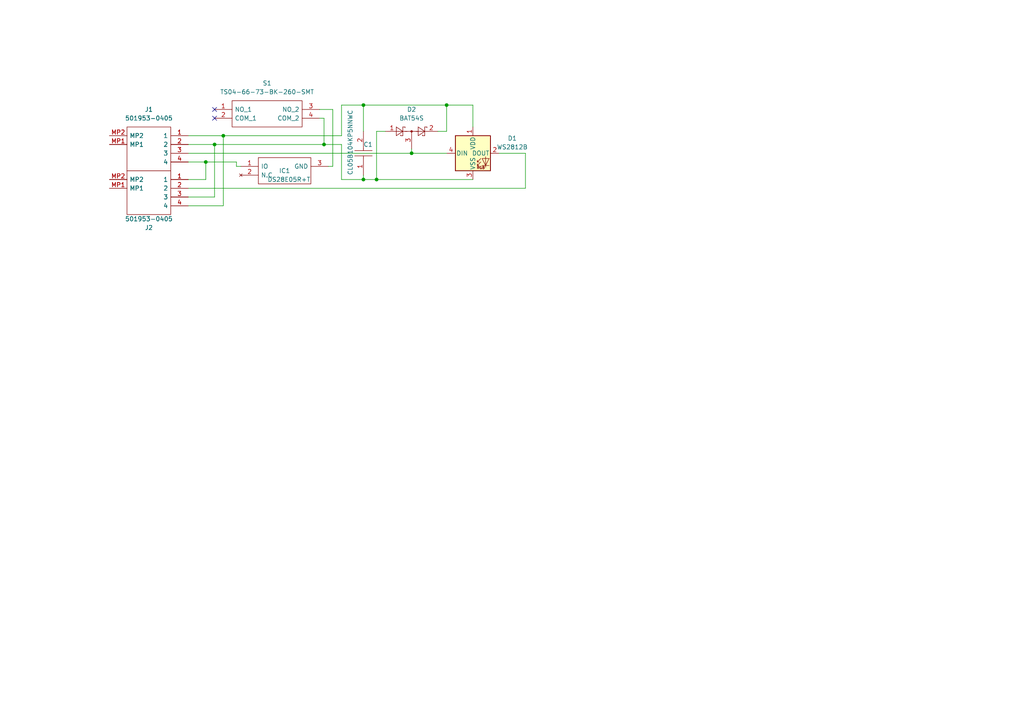
<source format=kicad_sch>
(kicad_sch (version 20211123) (generator eeschema)
  (paper "A4")
  (lib_symbols
    (symbol "Diode:BAT54S" (pin_names (offset 1.016))
      (property "Reference" "D" (at 0.635 -3.81 0))
      (property "Value" "BAT54S" (at -6.35 3.175 0))
      (symbol "BAT54S_0_1"
        (polyline (pts (xy -3.81 0) (xy -1.27 0)))
        (polyline (pts (xy -3.175 -1.27) (xy -3.175 -1.016)))
        (polyline (pts (xy -2.54 -1.27) (xy -3.175 -1.27)))
        (polyline (pts (xy -2.54 -1.27) (xy -2.54 1.27)))
        (polyline (pts (xy -2.54 1.27) (xy -1.905 1.27)))
        (polyline (pts (xy -1.905 0) (xy 1.905 0)))
        (polyline (pts (xy -1.905 1.27) (xy -1.905 1.016)))
        (polyline (pts (xy 1.27 0) (xy 3.81 0)))
        (polyline (pts (xy 3.175 -1.27) (xy 3.175 -1.016)))
        (polyline (pts (xy 3.81 -1.27) (xy 3.175 -1.27)))
        (polyline (pts (xy 3.81 -1.27) (xy 3.81 1.27)))
        (polyline (pts (xy 3.81 1.27) (xy 4.445 1.27)))
        (polyline (pts (xy 4.445 1.27) (xy 4.445 1.016)))
        (polyline (pts (xy -4.445 1.27) (xy -4.445 -1.27) (xy -2.54 0) (xy -4.445 1.27)))
        (polyline (pts (xy 1.905 1.27) (xy 1.905 -1.27) (xy 3.81 0) (xy 1.905 1.27)))
        (circle (center 0 0) (radius 0.254) (fill (type outline)))
      )
      (symbol "BAT54S_1_1"
        (pin passive line (at -7.62 0 0) (length 3.81) (name "~") (number "1"))
        (pin passive line (at 7.62 0 180) (length 3.81) (name "~") (number "2"))
        (pin passive line (at 0 -5.08 90) (length 5.08) (name "~") (number "3"))
      )
    )
    (symbol "LED:WS2812B" (pin_names (offset 0.254))
      (property "Reference" "D" (at 5.08 5.715 0))
      (property "Value" "WS2812B" (at 1.27 -5.715 0))
      (symbol "WS2812B_0_0"
        (text "RGB" (at 2.286 -4.191 0) (effects (font (size 0.762 0.762))))
      )
      (symbol "WS2812B_0_1"
        (polyline (pts (xy 1.27 -3.556) (xy 1.778 -3.556)))
        (polyline (pts (xy 1.27 -2.54) (xy 1.778 -2.54)))
        (polyline (pts (xy 4.699 -3.556) (xy 2.667 -3.556)))
        (polyline (pts (xy 2.286 -2.54) (xy 1.27 -3.556) (xy 1.27 -3.048)))
        (polyline (pts (xy 2.286 -1.524) (xy 1.27 -2.54) (xy 1.27 -2.032)))
        (polyline (pts (xy 3.683 -1.016) (xy 3.683 -3.556) (xy 3.683 -4.064)))
        (polyline (pts (xy 4.699 -1.524) (xy 2.667 -1.524) (xy 3.683 -3.556) (xy 4.699 -1.524)))
        (rectangle (start 5.08 5.08) (end -5.08 -5.08) (stroke (width 0.254)) (fill (type background)))
      )
      (symbol "WS2812B_1_1"
        (pin power_in line (at 0 7.62 270) (length 2.54) (name "VDD") (number "1"))
        (pin output line (at 7.62 0 180) (length 2.54) (name "DOUT") (number "2"))
        (pin power_in line (at 0 -7.62 90) (length 2.54) (name "VSS") (number "3"))
        (pin input line (at -7.62 0 0) (length 2.54) (name "DIN") (number "4"))
      )
    )
    (symbol "SamacSys_Parts_new:501953-0405" (pin_names (offset 0.762))
      (property "Reference" "J" (at 19.05 7.62 0))
      (property "Value" "501953-0405" (at 19.05 5.08 0))
      (symbol "501953-0405_0_0"
        (pin passive line (at 22.86 0 180) (length 5.08) (name "1") (number "1"))
        (pin passive line (at 22.86 -2.54 180) (length 5.08) (name "2") (number "2"))
        (pin passive line (at 22.86 -5.08 180) (length 5.08) (name "3") (number "3"))
        (pin passive line (at 22.86 -7.62 180) (length 5.08) (name "4") (number "4"))
        (pin passive line (at 0 -2.54 0) (length 5.08) (name "MP1") (number "MP1"))
        (pin passive line (at 0 0 0) (length 5.08) (name "MP2") (number "MP2"))
      )
      (symbol "501953-0405_0_1"
        (polyline (pts (xy 5.08 2.54) (xy 17.78 2.54) (xy 17.78 -10.16) (xy 5.08 -10.16) (xy 5.08 2.54)) (stroke (width 0.1524)))
      )
    )
    (symbol "SamacSys_Parts_new:CL05B104KP5NNWC" (pin_names (offset 0.762))
      (property "Reference" "C" (at 8.89 6.35 0))
      (property "Value" "CL05B104KP5NNWC" (at 8.89 3.81 0))
      (symbol "CL05B104KP5NNWC_0_0"
        (pin passive line (at 0 0 0) (length 5.08) (name "~") (number "1"))
        (pin passive line (at 12.7 0 180) (length 5.08) (name "~") (number "2"))
      )
      (symbol "CL05B104KP5NNWC_0_1"
        (polyline (pts (xy 5.08 0) (xy 5.588 0)) (stroke (width 0.1524)))
        (polyline (pts (xy 5.588 2.54) (xy 5.588 -2.54)) (stroke (width 0.1524)))
        (polyline (pts (xy 7.112 0) (xy 7.62 0)) (stroke (width 0.1524)))
        (polyline (pts (xy 7.112 2.54) (xy 7.112 -2.54)) (stroke (width 0.1524)))
      )
    )
    (symbol "SamacSys_Parts_new:DS28E05R+T" (pin_names (offset 0.762))
      (property "Reference" "IC" (at 21.59 7.62 0))
      (property "Value" "DS28E05R+T" (at 21.59 5.08 0))
      (symbol "DS28E05R+T_0_0"
        (pin bidirectional line (at 0 0 0) (length 5.08) (name "IO") (number "1"))
        (pin no_connect line (at 0 -2.54 0) (length 5.08) (name "N.C") (number "2"))
        (pin power_in line (at 25.4 0 180) (length 5.08) (name "GND") (number "3"))
      )
      (symbol "DS28E05R+T_0_1"
        (polyline (pts (xy 5.08 2.54) (xy 20.32 2.54) (xy 20.32 -5.08) (xy 5.08 -5.08) (xy 5.08 2.54)) (stroke (width 0.1524)))
      )
    )
    (symbol "SamacSys_Parts_new:TS04-66-73-BK-160-SMT" (pin_names (offset 0.762))
      (property "Reference" "IC" (at 26.67 7.62 0))
      (property "Value" "TS04-66-73-BK-160-SMT" (at 26.67 5.08 0))
      (symbol "TS04-66-73-BK-160-SMT_0_0"
        (pin passive line (at 0 0 0) (length 5.08) (name "NO_1") (number "1"))
        (pin passive line (at 0 -2.54 0) (length 5.08) (name "COM_1") (number "2"))
        (pin passive line (at 30.48 0 180) (length 5.08) (name "NO_2") (number "3"))
        (pin passive line (at 30.48 -2.54 180) (length 5.08) (name "COM_2") (number "4"))
      )
      (symbol "TS04-66-73-BK-160-SMT_0_1"
        (polyline (pts (xy 5.08 2.54) (xy 25.4 2.54) (xy 25.4 -5.08) (xy 5.08 -5.08) (xy 5.08 2.54)) (stroke (width 0.1524)))
      )
    )
  )
  (junction (at 105.41 52.07))
  (junction (at 129.54 30.48))
  (junction (at 59.69 46.99))
  (junction (at 93.98 41.91))
  (junction (at 64.77 39.37))
  (junction (at 105.41 30.48))
  (junction (at 119.38 44.45))
  (junction (at 62.23 41.91))
  (junction (at 109.22 52.07))
  (no_connect (at 62.23 34.29))
  (no_connect (at 62.23 31.75))
  (wire (pts (xy 99.06 39.37) (xy 99.06 30.48)))
  (wire (pts (xy 105.41 30.48) (xy 105.41 38.1)))
  (wire (pts (xy 99.06 41.91) (xy 93.98 41.91)))
  (wire (pts (xy 99.06 30.48) (xy 105.41 30.48)))
  (wire (pts (xy 92.71 34.29) (xy 93.98 34.29)))
  (wire (pts (xy 64.77 39.37) (xy 64.77 59.69)))
  (wire (pts (xy 109.22 52.07) (xy 137.16 52.07)))
  (wire (pts (xy 152.4 44.45) (xy 152.4 54.61)))
  (wire (pts (xy 129.54 30.48) (xy 137.16 30.48)))
  (wire (pts (xy 99.06 52.07) (xy 105.41 52.07)))
  (wire (pts (xy 93.98 34.29) (xy 93.98 41.91)))
  (wire (pts (xy 109.22 38.1) (xy 109.22 52.07)))
  (wire (pts (xy 54.61 52.07) (xy 59.69 52.07)))
  (wire (pts (xy 95.25 48.26) (xy 96.52 48.26)))
  (wire (pts (xy 68.58 46.99) (xy 68.58 48.26)))
  (wire (pts (xy 119.38 44.45) (xy 129.54 44.45)))
  (wire (pts (xy 62.23 57.15) (xy 62.23 41.91)))
  (wire (pts (xy 54.61 57.15) (xy 62.23 57.15)))
  (wire (pts (xy 59.69 46.99) (xy 68.58 46.99)))
  (wire (pts (xy 54.61 59.69) (xy 64.77 59.69)))
  (wire (pts (xy 109.22 38.1) (xy 111.76 38.1)))
  (wire (pts (xy 99.06 41.91) (xy 99.06 52.07)))
  (wire (pts (xy 144.78 44.45) (xy 152.4 44.45)))
  (wire (pts (xy 54.61 46.99) (xy 59.69 46.99)))
  (wire (pts (xy 105.41 50.8) (xy 105.41 52.07)))
  (wire (pts (xy 64.77 39.37) (xy 99.06 39.37)))
  (wire (pts (xy 54.61 54.61) (xy 152.4 54.61)))
  (wire (pts (xy 105.41 52.07) (xy 109.22 52.07)))
  (wire (pts (xy 62.23 41.91) (xy 93.98 41.91)))
  (wire (pts (xy 105.41 30.48) (xy 129.54 30.48)))
  (wire (pts (xy 127 38.1) (xy 129.54 38.1)))
  (wire (pts (xy 54.61 41.91) (xy 62.23 41.91)))
  (wire (pts (xy 119.38 43.18) (xy 119.38 44.45)))
  (wire (pts (xy 129.54 38.1) (xy 129.54 30.48)))
  (wire (pts (xy 137.16 30.48) (xy 137.16 36.83)))
  (wire (pts (xy 54.61 44.45) (xy 119.38 44.45)))
  (wire (pts (xy 96.52 48.26) (xy 96.52 31.75)))
  (wire (pts (xy 68.58 48.26) (xy 69.85 48.26)))
  (wire (pts (xy 54.61 39.37) (xy 64.77 39.37)))
  (wire (pts (xy 96.52 31.75) (xy 92.71 31.75)))
  (wire (pts (xy 59.69 52.07) (xy 59.69 46.99)))
  (symbol (lib_id "SamacSys_Parts_new:DS28E05R+T") (at 69.85 48.26 0) (unit 1)
    (property "Reference" "IC1" (at 82.55 49.53 0))
    (property "Value" "DS28E05R+T" (at 83.82 52.07 0))
    (property "Footprint" "SOT95P237X112-3N" (effects hide))
    (property "Datasheet" "https://datasheets.maximintegrated.com/en/ds/DS28E05.pdf" (effects hide))
    (property "Description" "EEPROM 1-Wire 112-BYTE EEPROM" (effects hide))
    (property "Height" "1.12" (effects hide))
    (property "Mouser Part Number" "700-DS28E05R+T" (effects hide))
    (property "Mouser Price/Stock" "https://www.mouser.co.uk/ProductDetail/Maxim-Integrated/DS28E05R%2bT?qs=FoGyQ%2FpCy0g%252BVkc25tOVnQ%3D%3D" (effects hide))
    (property "Manufacturer_Name" "Maxim Integrated" (effects hide))
    (property "Manufacturer_Part_Number" "DS28E05R+T" (effects hide))
  )
  (symbol (lib_id "Diode:BAT54S") (at 119.38 38.1 0) (unit 1)
    (property "Reference" "D2" (at 119.38 31.75 0))
    (property "Value" "BAT54S" (at 119.38 34.29 0))
    (property "Footprint" "Package_TO_SOT_SMD:SOT-23" (effects hide))
    (property "Datasheet" "https://www.diodes.com/assets/Datasheets/ds11005.pdf" (effects hide))
  )
  (symbol (lib_id "SamacSys_Parts_new:TS04-66-73-BK-160-SMT") (at 62.23 31.75 0) (unit 1)
    (property "Reference" "S1" (at 77.47 24.13 0))
    (property "Value" "TS04-66-73-BK-260-SMT" (at 77.47 26.67 0))
    (property "Footprint" "TS046673BK160SMT" (effects hide))
    (property "Datasheet" "https://www.cuidevices.com/product/resource/pdf/ts04.pdf" (effects hide))
    (property "Description" "Tactile Switches 6 x 6 mm, 7.3 mm Act Height, 160 gf, Black, Surface Mount, SPST," (effects hide))
    (property "Height" "7.5" (effects hide))
    (property "Manufacturer_Name" "CUI Inc." (effects hide))
    (property "Manufacturer_Part_Number" "TS04-66-73-BK-160-SMT" (effects hide))
    (property "Mouser Part Number" "179-TS046673BK160SMT" (effects hide))
    (property "Mouser Price/Stock" "https://www.mouser.co.uk/ProductDetail/CUI-Devices/TS04-66-73-BK-160-SMT?qs=A6eO%252BMLsxmT2FWbVj75LPg%3D%3D" (effects hide))
    (property "Arrow Part Number" "TS04-66-73-BK-160-SMT" (effects hide))
    (property "Arrow Price/Stock" "https://www.arrow.com/en/products/ts04-66-73-bk-160-smt/cui-devices?region=nac" (effects hide))
  )
  (symbol (lib_id "SamacSys_Parts_new:CL05B104KP5NNWC") (at 105.41 50.8 270) (mirror x) (unit 1)
    (property "Reference" "C1" (at 105.41 41.91 90) (effects (justify left)))
    (property "Value" "CL05B104KP5NNWC" (at 101.6 50.8 0) (effects (justify left)))
    (property "Footprint" "CAPC1005X55N" (effects hide))
    (property "Datasheet" "https://www.mouser.dk/datasheet/2/585/MLCC-1837944.pdf" (effects hide))
    (property "Description" "Samsung 0.1uF capacitor" (effects hide))
    (property "Height" "0.55" (effects hide))
    (property "Manufacturer_Name" "Samsung Electro-Mechanics" (effects hide))
    (property "Manufacturer_Part_Number" "CL05B104KP5NNWC" (effects hide))
  )
  (symbol (lib_id "SamacSys_Parts_new:501953-0405") (at 31.75 52.07 0) (unit 1)
    (property "Reference" "J2" (at 43.18 66.04 0))
    (property "Value" "501953-0405" (at 43.18 63.5 0))
    (property "Footprint" "5019530405" (effects hide))
    (property "Datasheet" "https://www.molex.com/pdm_docs/sd/5019530405_sd.pdf" (effects hide))
    (property "Description" "Headers & Wire Housings 1mm PicoClasp SMT SR 4CKT RAHDR GLD OUTLK" (effects hide))
    (property "Height" "4.95" (effects hide))
    (property "Mouser Part Number" "538-501953-0405" (effects hide))
    (property "Mouser Price/Stock" "https://www.mouser.co.uk/ProductDetail/Molex/501953-0405?qs=OAhjpuo3Vu7easiPpK8Nuw%3D%3D" (effects hide))
    (property "Manufacturer_Name" "Molex" (effects hide))
    (property "Manufacturer_Part_Number" "501953-0405" (effects hide))
  )
  (symbol (lib_id "LED:WS2812B") (at 137.16 44.45 0) (unit 1)
    (property "Reference" "D1" (at 148.59 40.1193 0))
    (property "Value" "WS2812B" (at 148.59 42.6593 0))
    (property "Footprint" "LED_SMD:LED_WS2812B_PLCC4_5.0x5.0mm_P3.2mm" (effects hide))
    (property "Datasheet" "https://cdn-shop.adafruit.com/datasheets/WS2812B.pdf" (effects hide))
  )
  (symbol (lib_id "SamacSys_Parts_new:501953-0405") (at 31.75 39.37 0) (unit 1)
    (property "Reference" "J1" (at 43.18 31.75 0))
    (property "Value" "501953-0405" (at 43.18 34.29 0))
    (property "Footprint" "5019530405" (effects hide))
    (property "Datasheet" "https://www.molex.com/pdm_docs/sd/5019530405_sd.pdf" (effects hide))
    (property "Description" "Headers & Wire Housings 1mm PicoClasp SMT SR 4CKT RAHDR GLD OUTLK" (effects hide))
    (property "Height" "4.95" (effects hide))
    (property "Mouser Part Number" "538-501953-0405" (effects hide))
    (property "Mouser Price/Stock" "https://www.mouser.co.uk/ProductDetail/Molex/501953-0405?qs=OAhjpuo3Vu7easiPpK8Nuw%3D%3D" (effects hide))
    (property "Manufacturer_Name" "Molex" (effects hide))
    (property "Manufacturer_Part_Number" "501953-0405" (effects hide))
  )
)
</source>
